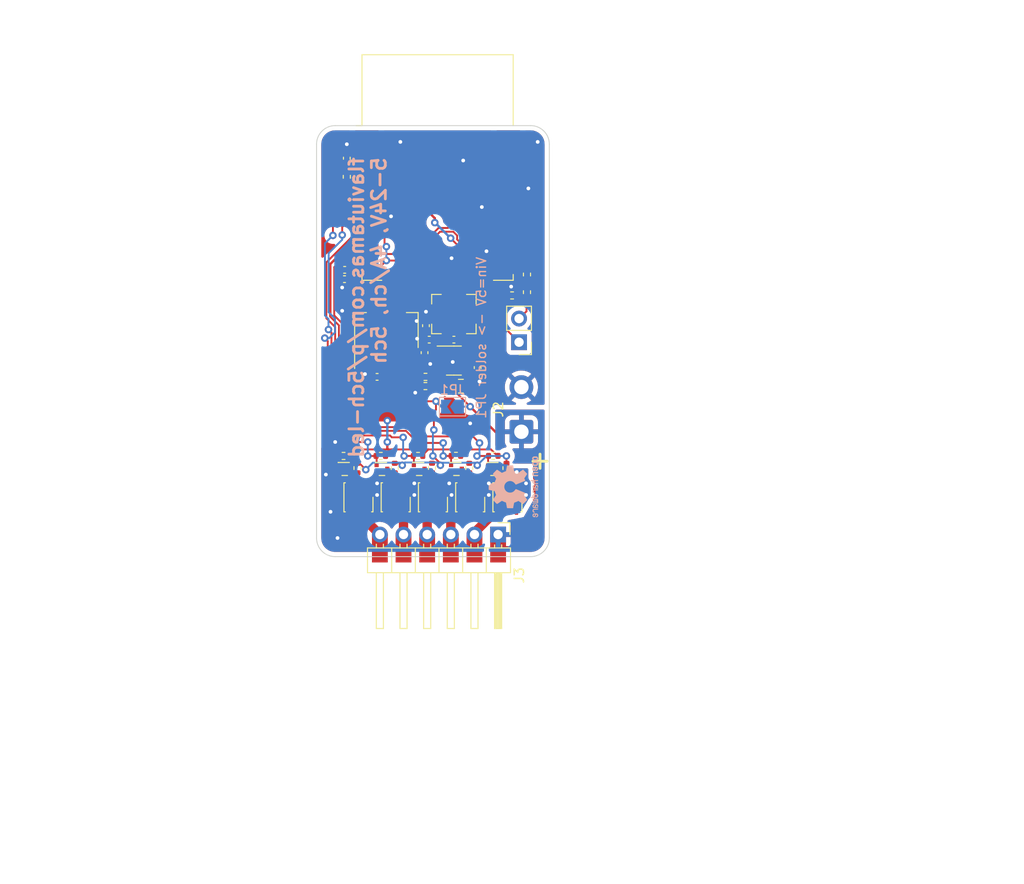
<source format=kicad_pcb>
(kicad_pcb (version 20211014) (generator pcbnew)
  (layers (0 "F.Cu" signal) (31 "B.Cu" signal) (34 "B.Paste" user) (35 "F.Paste" user) (36 "B.SilkS" user "B.Silkscreen") (37 "F.SilkS" user "F.Silkscreen") (38 "B.Mask" user) (39 "F.Mask" user) (44 "Edge.Cuts" user))
  (net 0 "")
  (net 1 "VCC")
  (net 2 "GND")
  (net 3 "+5V")
  (net 4 "+3.3V")
  (net 5 "Net-(C1-Pad1)")
  (net 6 "/POT")
  (net 7 "/RX")
  (net 8 "/TX")
  (net 9 "/CH0_O")
  (net 10 "/CH1_O")
  (net 11 "/CH2_O")
  (net 12 "/CH3_O")
  (net 13 "/CH4_O")
  (net 14 "/GPIO0")
  (net 15 "Net-(C6-Pad1)")
  (net 16 "Net-(C6-Pad2)")
  (net 17 "/CH0_D")
  (net 18 "/CH1_D")
  (net 19 "/CH2_D")
  (net 20 "/CH3_D")
  (net 21 "Net-(J1-Pad2)")
  (net 22 "Net-(Q1-Pad3)")
  (net 23 "Net-(Q2-Pad3)")
  (net 24 "Net-(Q3-Pad3)")
  (net 25 "Net-(Q4-Pad3)")
  (net 26 "Net-(Q10-Pad2)")
  (net 27 "/CH4_D")
  (net 28 "Net-(R5-Pad2)")
  (footprint "Capacitor_SMD:C_0402_1005Metric" (layer "F.Cu") (at 105.6 57.9 90)
    (fp_text reference "C7" hide)
    (fp_text value "10u")
  )
  (footprint "Resistor_SMD:R_0402_1005Metric" (layer "F.Cu") (at 110.4 70.3 -90)
    (fp_text reference "R15" hide)
    (fp_text value "2.4k")
  )
  (footprint "RF_Module:ESP-12E" (layer "F.Cu") (at 107 38)
    (fp_text reference "U1" hide)
    (fp_text value "ESP-12F")
  )
  (footprint "Library:DFN-8-1EP_3x3mm_P0.65mm_EP2x2.4mm" (layer "F.Cu") (at 110.5 73.44375 -90)
    (fp_text reference "Q9" hide)
    (fp_text value "HY1503C1")
  )
  (footprint "Resistor_SMD:R_0402_1005Metric" (layer "F.Cu") (at 105.69 61.49 180)
    (fp_text reference "R6" hide)
    (fp_text value "10k")
  )
  (footprint "Resistor_SMD:R_0402_1005Metric" (layer "F.Cu") (at 105.7 60.5)
    (fp_text reference "R5" hide)
    (fp_text value "51k")
  )
  (footprint "Library:DFN-8-1EP_3x3mm_P0.65mm_EP2x2.4mm" (layer "F.Cu") (at 106.5 73.44375 -90)
    (fp_text reference "Q8" hide)
    (fp_text value "HY1503C1")
  )
  (footprint "Resistor_SMD:R_0402_1005Metric" (layer "F.Cu") (at 112.98 68.99 180)
    (fp_text reference "R11" hide)
    (fp_text value "10k")
  )
  (footprint "Capacitor_SMD:C_0805_2012Metric" (layer "F.Cu") (at 109.5 61.5)
    (fp_text reference "C10" hide)
    (fp_text value "10u 50V")
  )
  (footprint "Library:PinHeader_1x06_P2.54mm_Horizontal" (layer "F.Cu") (at 113.5 77.44375 -90)
    (fp_text reference "J3")
    (fp_text value "Conn_01x06")
  )
  (footprint "Package_TO_SOT_SMD:SOT-723" (layer "F.Cu") (at 113 70.4)
    (fp_text reference "Q5" hide)
    (fp_text value "WNM2030")
  )
  (footprint "Resistor_SMD:R_0402_1005Metric" (layer "F.Cu") (at 106.4 70.29 -90)
    (fp_text reference "R14" hide)
    (fp_text value "2.4k")
  )
  (footprint "Library:DFN-8-1EP_3x3mm_P0.65mm_EP2x2.4mm" (layer "F.Cu") (at 98.5 73.44375 -90)
    (fp_text reference "Q6" hide)
    (fp_text value "HY1503C1")
  )
  (footprint "Package_TO_SOT_SMD:SOT-723" (layer "F.Cu") (at 101.025 70.4)
    (fp_text reference "Q2" hide)
    (fp_text value "WNM2030")
  )
  (footprint "Package_TO_SOT_SMD:TSOT-23-6" (layer "F.Cu") (at 108.75 58.75)
    (fp_text reference "U3" hide)
    (fp_text value "RY8310")
  )
  (footprint "Resistor_SMD:R_0402_1005Metric" (layer "F.Cu") (at 116.6 49.5 90)
    (fp_text reference "R2" hide)
    (fp_text value "10k")
  )
  (footprint "Resistor_SMD:R_0402_1005Metric" (layer "F.Cu") (at 104.9 69 180)
    (fp_text reference "R9" hide)
    (fp_text value "10k")
  )
  (footprint "Resistor_SMD:R_0402_1005Metric" (layer "F.Cu") (at 98.4 70.3 -90)
    (fp_text reference "R12" hide)
    (fp_text value "2.4k")
  )
  (footprint "Library:DFN-8-1EP_3x3mm_P0.65mm_EP2x2.4mm" (layer "F.Cu") (at 114.5 73.44375 -90)
    (fp_text reference "Q10" hide)
    (fp_text value "HY1503C1")
  )
  (footprint "Resistor_SMD:R_0402_1005Metric" (layer "F.Cu") (at 97.25 39 90)
    (fp_text reference "R1" hide)
    (fp_text value "10k")
  )
  (footprint "Capacitor_SMD:C_0402_1005Metric" (layer "F.Cu") (at 100.5 60.5 180)
    (fp_text reference "C9" hide)
    (fp_text value "10u")
  )
  (footprint "Connector_PinHeader_2.54mm:PinHeader_1x02_P2.54mm_Vertical" (layer "F.Cu") (at 115.75 56.775 180)
    (fp_text reference "J1" hide)
    (fp_text value "Conn_01x02")
  )
  (footprint "Package_TO_SOT_SMD:SOT-723" (layer "F.Cu") (at 109.025 70.4)
    (fp_text reference "Q4" hide)
    (fp_text value "WNM2030")
  )
  (footprint "Package_TO_SOT_SMD:SOT-223-3_TabPin2" (layer "F.Cu") (at 101.5 55.5 90)
    (fp_text reference "U2" hide)
    (fp_text value "AMS1117-3.3")
  )
  (footprint "Resistor_SMD:R_0402_1005Metric" (layer "F.Cu") (at 116.6 51.4 -90)
    (fp_text reference "R3" hide)
    (fp_text value "2.4k")
  )
  (footprint "Connector_Wire:SolderWire-0.75sqmm_1x02_P4.8mm_D1.25mm_OD2.3mm" (layer "F.Cu") (at 116 66.4 90)
    (fp_text reference "J2")
    (fp_text value "Conn_01x02")
  )
  (footprint "Capacitor_SMD:C_0402_1005Metric" (layer "F.Cu") (at 105.75 55 90)
    (fp_text reference "C4" hide)
    (fp_text value "10u")
  )
  (footprint "Capacitor_SMD:C_0402_1005Metric" (layer "F.Cu") (at 97 50 180)
    (fp_text reference "C3" hide)
    (fp_text value "10u")
  )
  (footprint "Resistor_SMD:R_0402_1005Metric" (layer "F.Cu") (at 100.9 69 180)
    (fp_text reference "R8" hide)
    (fp_text value "10k")
  )
  (footprint "Package_TO_SOT_SMD:SOT-723" (layer "F.Cu") (at 105.025 70.4)
    (fp_text reference "Q3" hide)
    (fp_text value "WNM2030")
  )
  (footprint "Resistor_SMD:R_0402_1005Metric" (layer "F.Cu") (at 115 51.75)
    (fp_text reference "R4" hide)
    (fp_text value "1k")
  )
  (footprint "Resistor_SMD:R_0402_1005Metric" (layer "F.Cu") (at 96.9 69 180)
    (fp_text reference "R7" hide)
    (fp_text value "10k")
  )
  (footprint "Resistor_SMD:R_0402_1005Metric" (layer "F.Cu") (at 102.4 70.3 -90)
    (fp_text reference "R13" hide)
    (fp_text value "2.4k")
  )
  (footprint "Capacitor_SMD:C_0402_1005Metric" (layer "F.Cu") (at 108.75 56.5)
    (fp_text reference "C6" hide)
    (fp_text value "100n")
  )
  (footprint "Resistor_SMD:R_0402_1005Metric" (layer "F.Cu") (at 108.97 68.99 180)
    (fp_text reference "R10" hide)
    (fp_text value "10k")
  )
  (footprint "Inductor_SMD:L_Bourns-SRN4018" (layer "F.Cu") (at 108.75 53.75 180)
    (fp_text reference "L1" hide)
    (fp_text value "15uH 750mA")
  )
  (footprint "Package_TO_SOT_SMD:SOT-723" (layer "F.Cu") (at 97.025 70.4)
    (fp_text reference "Q1" hide)
    (fp_text value "WNM2030")
  )
  (footprint "Library:DFN-8-1EP_3x3mm_P0.65mm_EP2x2.4mm" (layer "F.Cu") (at 102.5 73.44375 -90)
    (fp_text reference "Q7" hide)
    (fp_text value "HY1503C1")
  )
  (footprint "Resistor_SMD:R_0402_1005Metric" (layer "F.Cu") (at 114.4 70.3 -90)
    (fp_text reference "R16" hide)
    (fp_text value "2.4k")
  )
  (footprint "Capacitor_SMD:C_0402_1005Metric" (layer "F.Cu") (at 111.3 59.5 -90)
    (fp_text reference "C8" hide)
    (fp_text value "100n")
  )
  (footprint "Capacitor_SMD:C_0402_1005Metric" (layer "F.Cu") (at 97.02 49 180)
    (fp_text reference "C2" hide)
    (fp_text value "100n")
  )
  (footprint "Capacitor_SMD:C_0402_1005Metric" (layer "F.Cu") (at 97.25 37 90)
    (fp_text reference "C1" hide)
    (fp_text value "100n")
  )
  (footprint "Capacitor_SMD:C_0402_1005Metric" (layer "F.Cu") (at 106.1 56.5 180)
    (fp_text reference "C5" hide)
    (fp_text value "10u")
  )
  (footprint "Symbol:OSHW-Logo2_7.3x6mm_SilkScreen" (layer "B.Cu") (at 115.25 72.31875 -90)
    (fp_text reference "LOGO1" hide)
    (fp_text value "Logo_Open_Hardware_Small" hide)
  )
  (footprint "Jumper:SolderJumper-2_P1.3mm_Open_TrianglePad1.0x1.5mm" (layer "B.Cu") (at 108.6 63.7 180)
    (fp_text reference "JP1")
    (fp_text value "SolderJumper_2_Open")
  )
  (gr_arc (start 117 33.5) (mid 118.414214 34.085786) (end 119 35.5) (layer "Edge.Cuts") (width 0.1))
  (gr_line (start 94 35.5) (end 94 77.81875) (layer "Edge.Cuts") (width 0.1))
  (gr_line (start 117 33.5) (end 96 33.5) (layer "Edge.Cuts") (width 0.1))
  (gr_arc (start 96 79.81875) (mid 94.585786 79.232964) (end 94 77.81875) (layer "Edge.Cuts") (width 0.1))
  (gr_line (start 119 77.81875) (end 119 35.5) (layer "Edge.Cuts") (width 0.1))
  (gr_arc (start 94 35.5) (mid 94.585786 34.085786) (end 96 33.5) (layer "Edge.Cuts") (width 0.1))
  (gr_line (start 96 79.81875) (end 117 79.81875) (layer "Edge.Cuts") (width 0.1))
  (gr_arc (start 119 77.81875) (mid 118.414214 79.232964) (end 117 79.81875) (layer "Edge.Cuts") (width 0.1))
  (gr_text "Vin=5V -> solder JP1" (at 111.7 56.3 90) (layer "B.SilkS") (effects (font (size 1 1)) (justify mirror)))
  (gr_text "flaviutamas.com/p/5ch-led\n5-24V, 4A/ch, 5ch" (at 99.5 36.75 90) (layer "B.SilkS") (effects (font (size 1.5 1.5) (thickness 0.3)) (justify left mirror)))
  (gr_text "+" (at 118 69.41875) (layer "F.SilkS") (effects (font (size 2 2) (thickness 0.3))))
  (segment (start 110.5 63.7) (end 109 62.2) (width 0.2) (layer "F.Cu") (net 1))
  (segment (start 109.8875 59.7) (end 109 60.5875) (width 0.25) (layer "F.Cu") (net 1))
  (segment (start 116 66.4) (end 113.2 66.4) (width 0.25) (layer "F.Cu") (net 1))
  (segment (start 110.98 58.75) (end 109.77 58.75) (width 0.25) (layer "F.Cu") (net 1))
  (segment (start 109.8875 58.75) (end 109.8875 59.3875) (width 0.25) (layer "F.Cu") (net 1))
  (segment (start 109 62.2) (end 109 61.5) (width 0.2) (layer "F.Cu") (net 1))
  (segment (start 111.25 59.02) (end 110.98 58.75) (width 0.25) (layer "F.Cu") (net 1))
  (segment (start 109 60.5875) (end 109 61.5) (width 0.25) (layer "F.Cu") (net 1))
  (segment (start 113.2 66.4) (end 110.5 63.7) (width 0.25) (layer "F.Cu") (net 1))
  (via (at 110.5 63.7) (size 0.8) (drill 0.4) (layers "F.Cu" "B.Cu") (net 1))
  (segment (start 110.5 63.7) (end 109.3 63.7) (width 0.2) (layer "B.Cu") (net 1))
  (segment (start 105.75 54.52) (end 105.75 53.5) (width 0.25) (layer "F.Cu") (net 2))
  (segment (start 113.75 48.5) (end 112.25 47) (width 0.2) (layer "F.Cu") (net 2))
  (segment (start 96.54 50.69) (end 96.75 50.9) (width 0.25) (layer "F.Cu") (net 2))
  (segment (start 99.2 60.45) (end 99.2 60.2) (width 0.25) (layer "F.Cu") (net 2))
  (segment (start 106.574465 58.75) (end 106.210416 59.114049) (width 0.25) (layer "F.Cu") (net 2))
  (segment (start 111.5 61) (end 111.5 60.5) (width 0.25) (layer "F.Cu") (net 2))
  (segment (start 99.25 60.5) (end 100 60.5) (width 0.25) (layer "F.Cu") (net 2))
  (segment (start 111.3 60.3) (end 111.5 60.5) (width 0.25) (layer "F.Cu") (net 2))
  (segment (start 108.4755 58.75) (end 108.6255 58.9) (width 0.25) (layer "F.Cu") (net 2))
  (segment (start 104.9 56.5) (end 104.8 56.4) (width 0.25) (layer "F.Cu") (net 2))
  (segment (start 104.8 54.55) (end 104.75 54.5) (width 0.25) (layer "F.Cu") (net 2))
  (segment (start 105.75 54.52) (end 104.77 54.52) (width 0.25) (layer "F.Cu") (net 2))
  (segment (start 96.75 50.9) (end 96.75 53.4) (width 0.25) (layer "F.Cu") (net 2))
  (segment (start 107.6125 58.75) (end 106.574465 58.75) (width 0.25) (layer "F.Cu") (net 2))
  (segment (start 99.25 60.5) (end 99.2 60.45) (width 0.25) (layer "F.Cu") (net 2))
  (segment (start 107.6125 58.75) (end 108.4755 58.75) (width 0.25) (layer "F.Cu") (net 2))
  (segment (start 111 61.5) (end 111.5 61) (width 0.25) (layer "F.Cu") (net 2))
  (segment (start 115.51 51.41) (end 114.9 50.8) (width 0.2) (layer "F.Cu") (net 2))
  (segment (start 115.51 51.75) (end 115.51 51.41) (width 0.2) (layer "F.Cu") (net 2))
  (segment (start 104.77 54.52) (end 104.75 54.5) (width 0.25) (layer "F.Cu") (net 2))
  (segment (start 105.62 56.5) (end 104.9 56.5) (width 0.25) (layer "F.Cu") (net 2))
  (segment (start 111.3 59.98) (end 111.3 60.3) (width 0.25) (layer "F.Cu") (net 2))
  (segment (start 97.25 36.52) (end 97.25 35.5) (width 0.2) (layer "F.Cu") (net 2))
  (segment (start 105.18 61.62) (end 104.6 62.2) (width 0.25) (layer "F.Cu") (net 2))
  (segment (start 96.54 49) (end 96.54 50.69) (width 0.25) (layer "F.Cu") (net 2))
  (segment (start 105.6 57.42) (end 105.6 56.5) (width 0.25) (layer "F.Cu") (net 2))
  (segment (start 99.2 58.65) (end 99.2 60.2) (width 0.25) (layer "F.Cu") (net 2))
  (segment (start 104.8 56.4) (end 104.8 54.55) (width 0.25) (layer "F.Cu") (net 2))
  (segment (start 110.45 61.5) (end 111 61.5) (width 0.25) (layer "F.Cu") (net 2))
  (via (at 108.5 73.19375) (size 0.8) (drill 0.4) (layers "F.Cu" "B.Cu") (net 2))
  (via (at 104.5 71.94375) (size 0.8) (drill 0.4) (layers "F.Cu" "B.Cu") (net 2))
  (via (at 109.75 37.25) (size 0.8) (drill 0.4) (layers "F.Cu" "B.Cu") (net 2))
  (via (at 104.75 54.5) (size 0.8) (drill 0.4) (layers "F.Cu" "B.Cu") (net 2))
  (via (at 97.25 35.5) (size 0.8) (drill 0.4) (layers "F.Cu" "B.Cu") (net 2))
  (via (at 116.5 73.19375) (size 0.8) (drill 0.4) (layers "F.Cu" "B.Cu") (net 2))
  (via (at 95 71) (size 0.8) (drill 0.4) (layers "F.Cu" "B.Cu") (net 2))
  (via (at 106.210416 59.114049) (size 0.8) (drill 0.4) (layers "F.Cu" "B.Cu") (net 2))
  (via (at 117.75 35.25) (size 0.8) (drill 0.4) (layers "F.Cu" "B.Cu") (net 2))
  (via (at 112.5 73.19375) (size 0.8) (drill 0.4) (layers "F.Cu" "B.Cu") (net 2))
  (via (at 96.75 50.9) (size 0.8) (drill 0.4) (layers "F.Cu" "B.Cu") (net 2))
  (via (at 99.2 60.2) (size 0.8) (drill 0.4) (layers "F.Cu" "B.Cu") (net 2))
  (via (at 112.5 71.94375) (size 0.8) (drill 0.4) (layers "F.Cu" "B.Cu") (net 2))
  (via (at 105.75 53.5) (size 0.8) (drill 0.4) (layers "F.Cu" "B.Cu") (net 2))
  (via (at 116.75 40.25) (size 0.8) (drill 0.4) (layers "F.Cu" "B.Cu") (net 2))
  (via (at 100.5 71.94375) (size 0.8) (drill 0.4) (layers "F.Cu" "B.Cu") (net 2))
  (via (at 96.25 77.81875) (size 0.8) (drill 0.4) (layers "F.Cu" "B.Cu") (net 2))
  (via (at 116.5 71.94375) (size 0.8) (drill 0.4) (layers "F.Cu" "B.Cu") (net 2))
  (via (at 103 35.25) (size 0.8) (drill 0.4) (layers "F.Cu" "B.Cu") (net 2))
  (via (at 110.5 65.5) (size 0.8) (drill 0.4) (layers "F.Cu" "B.Cu") (net 2))
  (via (at 104.6 62.2) (size 0.8) (drill 0.4) (layers "F.Cu" "B.Cu") (net 2))
  (via (at 108.25 71.94375) (size 0.8) (drill 0.4) (layers "F.Cu" "B.Cu") (net 2))
  (via (at 104.5 73.19375) (size 0.8) (drill 0.4) (layers "F.Cu" "B.Cu") (net 2))
  (via (at 115.5 70.71875) (size 0.8) (drill 0.4) (layers "F.Cu" "B.Cu") (net 2))
  (via (at 112.25 47) (size 0.8) (drill 0.4) (layers "F.Cu" "B.Cu") (net 2))
  (via (at 114.9 50.8) (size 0.8) (drill 0.4) (layers "F.Cu" "B.Cu") (net 2))
  (via (at 96.75 53.4) (size 0.8) (drill 0.4) (layers "F.Cu" "B.Cu") (net 2))
  (via (at 108.5 47.75) (size 0.8) (drill 0.4) (layers "F.Cu" "B.Cu") (net 2))
  (via (at 104.8 56.4) (size 0.8) (drill 0.4) (layers "F.Cu" "B.Cu") (net 2))
  (via (at 96 67.5) (size 0.8) (drill 0.4) (layers "F.Cu" "B.Cu") (net 2))
  (via (at 108.6255 58.9) (size 0.8) (drill 0.4) (layers "F.Cu" "B.Cu") (net 2))
  (via (at 95.5 75) (size 0.8) (drill 0.4) (layers "F.Cu" "B.Cu") (net 2))
  (via (at 102 43.25) (size 0.8) (drill 0.4) (layers "F.Cu" "B.Cu") (net 2))
  (via (at 100.5 73.19375) (size 0.8) (drill 0.4) (layers "F.Cu" "B.Cu") (net 2))
  (via (at 111.75 42.25) (size 0.8) (drill 0.4) (layers "F.Cu" "B.Cu") (net 2))
  (via (at 111.5 61) (size 0.8) (drill 0.4) (layers "F.Cu" "B.Cu") (net 2))
  (segment (start 116.5 73.19375) (end 116.5 71.94375) (width 1) (layer "B.Cu") (net 2))
  (segment (start 106.6 64.25) (end 106.6 66.2005) (width 0.2) (layer "F.Cu") (net 3))
  (segment (start 107 69.7) (end 106.4 69.7) (width 0.2) (layer "F.Cu") (net 3))
  (segment (start 105.19 60.5) (end 105.19 58.74) (width 0.25) (layer "F.Cu") (net 3))
  (segment (start 103.200033 70) (end 103.000033 69.8) (width 0.2) (layer "F.Cu") (net 3))
  (segment (start 106.6 57.4) (end 106.6 56.5) (width 0.25) (layer "F.Cu") (net 3))
  (segment (start 114.4 69.0105) (end 114.4 69.79) (width 0.2) (layer "F.Cu") (net 3))
  (segment (start 107.225 53.75) (end 107.225 56.025) (width 0.25) (layer "F.Cu") (net 3))
  (segment (start 106.825 64.025) (end 106.6 64.25) (width 0.2) (layer "F.Cu") (net 3))
  (segment (start 105.62 58.38) (end 106.6 57.4) (width 0.25) (layer "F.Cu") (net 3))
  (segment (start 111.25579 70) (end 110.980331 69.724541) (width 0.2) (layer "F.Cu") (net 3))
  (segment (start 107.3 69.804878) (end 106.494622 68.9995) (width 0.2) (layer "F.Cu") (net 3))
  (segment (start 103.8 58.65) (end 105.1 58.65) (width 0.25) (layer "F.Cu") (net 3))
  (segment (start 106.77 55.48) (end 107 55.25) (width 0.25) (layer "F.Cu") (net 3))
  (segment (start 114.3895 69) (end 114.4 69.0105) (width 0.2) (layer "F.Cu") (net 3))
  (segment (start 106.48 56.23) (end 105.75 55.5) (width 0.25) (layer "F.Cu") (net 3))
  (segment (start 103.75 63.125) (end 103.75 59) (width 0.2) (layer "F.Cu") (net 3))
  (segment (start 99.291456 70.473976) (end 98.51748 69.7) (width 0.2) (layer "F.Cu") (net 3))
  (segment (start 107.3 70) (end 107 69.7) (width 0.2) (layer "F.Cu") (net 3))
  (segment (start 105.37 58.38) (end 105.1 58.65) (width 0.25) (layer "F.Cu") (net 3))
  (segment (start 105.6 58.38) (end 105.37 58.38) (width 0.25) (layer "F.Cu") (net 3))
  (segment (start 110.980331 69.724541) (end 110.475459 69.724541) (width 0.2) (layer "F.Cu") (net 3))
  (segment (start 106.825 63.125) (end 106.825 64.025) (width 0.2) (layer "F.Cu") (net 3))
  (segment (start 105.75 55.48) (end 106.77 55.48) (width 0.25) (layer "F.Cu") (net 3))
  (segment (start 107.3 70) (end 107.3 69.804878) (width 0.2) (layer "F.Cu") (net 3))
  (segment (start 106.48 56.5) (end 106.48 56.23) (width 0.25) (layer "F.Cu") (net 3))
  (segment (start 105.19 58.74) (end 105.1 58.65) (width 0.25) (layer "F.Cu") (net 3))
  (segment (start 103.000033 69.8) (end 102.5 69.8) (width 0.2) (layer "F.Cu") (net 3))
  (segment (start 107.225 56.025) (end 106.75 56.5) (width 0.25) (layer "F.Cu") (net 3))
  (segment (start 103.75 63.125) (end 106.825 63.125) (width 0.2) (layer "F.Cu") (net 3))
  (via (at 106.6 66.2005) (size 0.8) (drill 0.4) (layers "F.Cu" "B.Cu") (net 3))
  (via (at 103.200033 70) (size 0.8) (drill 0.4) (layers "F.Cu" "B.Cu") (net 3))
  (via (at 99.291456 70.473976) (size 0.8) (drill 0.4) (layers "F.Cu" "B.Cu") (net 3))
  (via (at 106.825 63.125) (size 0.8) (drill 0.4) (layers "F.Cu" "B.Cu") (net 3))
  (via (at 114.3895 69) (size 0.8) (drill 0.4) (layers "F.Cu" "B.Cu") (net 3))
  (via (at 111.25579 70) (size 0.8) (drill 0.4) (layers "F.Cu" "B.Cu") (net 3))
  (via (at 107.3 70) (size 0.8) (drill 0.4) (layers "F.Cu" "B.Cu") (net 3))
  (via (at 106.494622 68.9995) (size 0.8) (drill 0.4) (layers "F.Cu" "B.Cu") (net 3))
  (segment (start 103.500033 69.7) (end 103.200033 70) (width 0.2) (layer "B.Cu") (net 3))
  (segment (start 107 69.7) (end 103.500033 69.7) (width 0.2) (layer "B.Cu") (net 3))
  (segment (start 107.3 70) (end 107 69.7) (width 0.2) (layer "B.Cu") (net 3))
  (segment (start 102.918404 69.718371) (end 100.047061 69.718371) (width 0.2) (layer "B.Cu") (net 3))
  (segment (start 106.494622 66.305878) (end 106.6 66.2005) (width 0.2) (layer "B.Cu") (net 3))
  (segment (start 110.980331 69.724541) (end 107.575459 69.724541) (width 0.2) (layer "B.Cu") (net 3))
  (segment (start 103.200033 70) (end 102.918404 69.718371) (width 0.2) (layer "B.Cu") (net 3))
  (segment (start 107.575459 69.724541) (end 107.3 70) (width 0.2) (layer "B.Cu") (net 3))
  (segment (start 112.25579 69) (end 111.25579 70) (width 0.2) (layer "B.Cu") (net 3))
  (segment (start 111.25579 70) (end 110.980331 69.724541) (width 0.2) (layer "B.Cu") (net 3))
  (segment (start 100.047061 69.718371) (end 99.291456 70.473976) (width 0.2) (layer "B.Cu") (net 3))
  (segment (start 106.494622 68.9995) (end 106.494622 66.305878) (width 0.2) (layer "B.Cu") (net 3))
  (segment (start 107.4 63.7) (end 106.825 63.125) (width 0.25) (layer "B.Cu") (net 3))
  (segment (start 114.3895 69) (end 112.25579 69) (width 0.2) (layer "B.Cu") (net 3))
  (segment (start 112.735183 68.3) (end 113.435183 69) (width 0.2) (layer "F.Cu") (net 4))
  (segment (start 116.6 50.4) (end 116.6 50) (width 0.2) (layer "F.Cu") (net 4))
  (segment (start 101.5 58.65) (end 101.5 60.5) (width 0.25) (layer "F.Cu") (net 4))
  (segment (start 100.749022 39.5) (end 97.25 39.5) (width 0.2) (layer "F.Cu") (net 4))
  (segment (start 113.46 49.56) (end 112.5 48.6) (width 0.2) (layer "F.Cu") (net 4))
  (segment (start 109.52 68.78) (end 110 68.3) (width 0.2) (layer "F.Cu") (net 4))
  (segment (start 102.1 68.3) (end 101.5 68.9) (width 0.2) (layer "F.Cu") (net 4))
  (segment (start 101.6 68.2) (end 101.7 68.3) (width 0.25) (layer "F.Cu") (net 4))
  (segment (start 101.5 60.5) (end 101.5 65.1005) (width 0.25) (layer "F.Cu") (net 4))
  (segment (start 101.300489 40.051467) (end 100.749022 39.5) (width 0.2) (layer "F.Cu") (net 4))
  (segment (start 116.6 50.89) (end 116.6 50.4) (width 0.2) (layer "F.Cu") (net 4))
  (segment (start 106 68.3) (end 102.1 68.3) (width 0.2) (layer "F.Cu") (net 4))
  (segment (start 114.96 49.56) (end 113.46 49.56) (width 0.2) (layer "F.Cu") (net 4))
  (segment (start 99.4 48.5) (end 100.999011 48.5) (width 0.2) (layer "F.Cu") (net 4))
  (segment (start 110 68.3) (end 106 68.3) (width 0.2) (layer "F.Cu") (net 4))
  (segment (start 97.48 48.57) (end 97.6 48.45) (width 0.25) (layer "F.Cu") (net 4))
  (segment (start 101.5 65.1005) (end 101.6 65.2005) (width 0.25) (layer "F.Cu") (net 4))
  (segment (start 116.6 50.4) (end 115.8 50.4) (width 0.2) (layer "F.Cu") (net 4))
  (segment (start 109.1 45.31005) (end 108.68995 44.9) (width 0.2) (layer "F.Cu") (net 4))
  (segment (start 98.1 68.3) (end 97.4 69) (width 0.2) (layer "F.Cu") (net 4))
  (segment (start 100.999011 48.5) (end 101.5 47.999011) (width 0.2) (layer "F.Cu") (net 4))
  (segment (start 110 68.3) (end 112.735183 68.3) (width 0.2) (layer "F.Cu") (net 4))
  (segment (start 101.5 46.5) (end 101.300489 46.300489) (width 0.2) (layer "F.Cu") (net 4))
  (segment (start 97.48 50) (end 97.48 48.57) (width 0.25) (layer "F.Cu") (net 4))
  (segment (start 101.5 47.999011) (end 104.166675 47.999011) (width 0.2) (layer "F.Cu") (net 4))
  (segment (start 101.300489 46.300489) (end 101.300489 40.051467) (width 0.2) (layer "F.Cu") (net 4))
  (segment (start 112.5 48.6) (end 111.965686 48.6) (width 0.2) (layer "F.Cu") (net 4))
  (segment (start 108.68995 44.9) (end 107.265686 44.9) (width 0.2) (layer "F.Cu") (net 4))
  (segment (start 115.8 50.4) (end 114.96 49.56) (width 0.2) (layer "F.Cu") (net 4))
  (segment (start 106 68.3) (end 105.4 68.9) (width 0.2) (layer "F.Cu") (net 4))
  (segment (start 100.98 60.5) (end 101.5 60.5) (width 0.25) (layer "F.Cu") (net 4))
  (segment (start 102.1 68.3) (end 101.7 68.3) (width 0.2) (layer "F.Cu") (net 4))
  (segment (start 101.5 58.65) (end 101.5 52.5) (width 0.25) (layer "F.Cu") (net 4))
  (segment (start 97.6 48.45) (end 99.3 48.45) (width 0.25) (layer "F.Cu") (net 4))
  (segment (start 101.7 68.3) (end 98.1 68.3) (width 0.2) (layer "F.Cu") (net 4))
  (segment (start 109.1 45.734314) (end 109.1 45.31005) (width 0.2) (layer "F.Cu") (net 4))
  (segment (start 111.965686 48.6) (end 109.1 45.734314) (width 0.2) (layer "F.Cu") (net 4))
  (segment (start 104.166675 47.999011) (end 107.265686 44.9) (width 0.2) (layer "F.Cu") (net 4))
  (segment (start 101.6 67.5) (end 101.6 68.2) (width 0.25) (layer "F.Cu") (net 4))
  (via (at 101.6 65.2005) (size 0.8) (drill 0.4) (layers "F.Cu" "B.Cu") (net 4))
  (via (at 101.5 47.999011) (size 0.8) (drill 0.4) (layers "F.Cu" "B.Cu") (net 4))
  (via (at 101.5 46.5) (size 0.8) (drill 0.4) (layers "F.Cu" "B.Cu") (net 4))
  (via (at 101.6 67.5) (size 0.8) (drill 0.4) (layers "F.Cu" "B.Cu") (net 4))
  (segment (start 101.6 65.2005) (end 101.6 67.5) (width 0.25) (layer "B.Cu") (net 4))
  (segment (start 101.5 47.999011) (end 101.5 46.5) (width 0.2) (layer "B.Cu") (net 4))
  (segment (start 97.25 38.5) (end 97.25 37.5) (width 0.2) (layer "F.Cu") (net 5))
  (segment (start 99.4 38.5) (end 97.25 38.5) (width 0.2) (layer "F.Cu") (net 5))
  (segment (start 114.4 55.425) (end 114.4 51.8) (width 0.2) (layer "F.Cu") (net 6))
  (segment (start 106.698863 43.926947) (end 106.698863 43.448863) (width 0.25) (layer "F.Cu") (net 6))
  (segment (start 111.75 51.75) (end 111.1 51.1) (width 0.2) (layer "F.Cu") (net 6))
  (segment (start 114.49 51.75) (end 111.75 51.75) (width 0.2) (layer "F.Cu") (net 6))
  (segment (start 115.75 56.775) (end 114.4 55.425) (width 0.2) (layer "F.Cu") (net 6))
  (segment (start 111.1 51.1) (end 111.1 48.3) (width 0.2) (layer "F.Cu") (net 6))
  (segment (start 111.1 48.3) (end 108.4 45.6) (width 0.2) (layer "F.Cu") (net 6))
  (segment (start 106.698863 43.448863) (end 99.5 36.25) (width 0.25) (layer "F.Cu") (net 6))
  (via (at 108.4 45.6) (size 0.8) (drill 0.4) (layers "F.Cu" "B.Cu") (net 6))
  (via (at 106.698863 43.926947) (size 0.8) (drill 0.4) (layers "F.Cu" "B.Cu") (net 6))
  (segment (start 106.726947 43.926947) (end 108.4 45.6) (width 0.25) (layer "B.Cu") (net 6))
  (segment (start 106.698863 43.926947) (end 106.726947 43.926947) (width 0.25) (layer "B.Cu") (net 6))
  (segment (start 110.96 77.23375) (end 114 74.19375) (width 1) (layer "F.Cu") (net 9))
  (segment (start 108.42 76.02375) (end 110 74.44375) (width 1) (layer "F.Cu") (net 10))
  (segment (start 108.42 77.44375) (end 108.42 76.02375) (width 1) (layer "F.Cu") (net 10))
  (segment (start 105.88 77.44375) (end 105.88 75.31375) (width 1) (layer "F.Cu") (net 11))
  (segment (start 105.88 75.31375) (end 106.5 74.69375) (width 1) (layer "F.Cu") (net 11))
  (segment (start 103.34 75.03375) (end 102.5 74.19375) (width 1) (layer "F.Cu") (net 12))
  (segment (start 103.34 77.44375) (end 103.34 75.03375) (width 1) (layer "F.Cu") (net 12))
  (segment (start 98.5 75.14375) (end 98.5 73.94375) (width 1) (layer "F.Cu") (net 13))
  (segment (start 100.8 77.44375) (end 98.5 75.14375) (width 1) (layer "F.Cu") (net 13))
  (segment (start 116.6 43) (end 116.1 42.5) (width 0.2) (layer "F.Cu") (net 14))
  (segment (start 116.6 48.99) (end 116.6 43) (width 0.2) (layer "F.Cu") (net 14))
  (segment (start 116.1 42.5) (end 115.4 42.5) (width 0.2) (layer "F.Cu") (net 14))
  (segment (start 107.6125 57.1375) (end 108.25 56.5) (width 0.25) (layer "F.Cu") (net 15))
  (segment (start 107.6125 57.8) (end 107.6125 57.1375) (width 0.25) (layer "F.Cu") (net 15))
  (segment (start 111.230605 69.000814) (end 112.499186 69.000814) (width 0.2) (layer "F.Cu") (net 17))
  (segment (start 110.7995 66.9) (end 104.765686 66.9) (width 0.2) (layer "F.Cu") (net 17))
  (segment (start 111.5 67.6005) (end 110.7995 66.9) (width 0.2) (layer "F.Cu") (net 17))
  (segment (start 107.1 44.5) (end 108.1 44.5) (width 0.2) (layer "F.Cu") (net 17))
  (segment (start 95.9 48.708425) (end 97.308914 47.299511) (width 0.2) (layer "F.Cu") (net 17))
  (segment (start 104.765686 66.9) (end 103.765686 65.9) (width 0.2) (layer "F.Cu") (net 17))
  (segment (start 97.4 65.9) (end 96.8 65.3) (width 0.2) (layer "F.Cu") (net 17))
  (segment (start 103.765686 65.9) (end 97.4 65.9) (width 0.2) (layer "F.Cu") (net 17))
  (segment (start 112.2 40.4) (end 114.2 40.4) (width 0.2) (layer "F.Cu") (net 17))
  (segment (start 95.9 53.9) (end 95.9 48.708425) (width 0.2) (layer "F.Cu") (net 17))
  (segment (start 96.8 54.8) (end 95.9 53.9) (width 0.2) (layer "F.Cu") (net 17))
  (segment (start 108.1 44.5) (end 112.2 40.4) (width 0.2) (layer "F.Cu") (net 17))
  (segment (start 96.8 65.3) (end 96.8 54.8) (width 0.2) (layer "F.Cu") (net 17))
  (segment (start 97.308914 47.299511) (end 104.300489 47.299511) (width 0.2) (layer "F.Cu") (net 17))
  (segment (start 104.300489 47.299511) (end 107.1 44.5) (width 0.2) (layer "F.Cu") (net 17))
  (segment (start 112.425 70) (end 112.425 69.025) (width 0.2) (layer "F.Cu") (net 17))
  (via (at 111.5 67.6005) (size 0.8) (drill 0.4) (layers "F.Cu" "B.Cu") (net 17))
  (via (at 111.230605 69.000814) (size 0.8) (drill 0.4) (layers "F.Cu" "B.Cu") (net 17))
  (segment (start 111.5 67.6005) (end 111.5 68.731419) (width 0.2) (layer "B.Cu") (net 17))
  (segment (start 111.5 68.731419) (end 111.230605 69.000814) (width 0.2) (layer "B.Cu") (net 17))
  (segment (start 97.35 46.5) (end 95.475481 48.374519) (width 0.25) (layer "F.Cu") (net 18))
  (segment (start 96.4 54.965006) (end 96.4 65.465686) (width 0.2) (layer "F.Cu") (net 18))
  (segment (start 97.234314 66.3) (end 103.6 66.3) (width 0.2) (layer "F.Cu") (net 18))
  (segment (start 104.9005 67.6005) (end 107.6 67.6005) (width 0.2) (layer "F.Cu") (net 18))
  (segment (start 103.6 66.3) (end 104.9005 67.6005) (width 0.2) (layer "F.Cu") (net 18))
  (segment (start 108.5 69) (end 107.6 69) (width 0.2) (layer "F.Cu") (net 18))
  (segment (start 95.475481 54.040487) (end 96.4 54.965006) (width 0.2) (layer "F.Cu") (net 18))
  (segment (start 95.475481 53.974519) (end 95.475481 54.040487) (width 0.2) (layer "F.Cu") (net 18))
  (segment (start 96.4 65.465686) (end 97.234314 66.3) (width 0.2) (layer "F.Cu") (net 18))
  (segment (start 99.4 46.5) (end 97.35 46.5) (width 0.25) (layer "F.Cu") (net 18))
  (segment (start 95.475481 48.374519) (end 95.475481 53.974519) (width 0.25) (layer "F.Cu") (net 18))
  (segment (start 108.45 70) (end 108.45 69.25) (width 0.2) (layer "F.Cu") (net 18))
  (via (at 107.6 67.6005) (size 0.8) (drill 0.4) (layers "F.Cu" "B.Cu") (net 18))
  (via (at 107.6 69) (size 0.8) (drill 0.4) (layers "F.Cu" "B.Cu") (net 18))
  (segment (start 107.6 69) (end 107.6 67.6005) (width 0.2) (layer "B.Cu") (net 18))
  (segment (start 95.050961 48.198678) (end 95.050961 54.199039) (width 0.2) (layer "F.Cu") (net 19))
  (segment (start 95.050961 54.199039) (end 96 55.148078) (width 0.2) (layer "F.Cu") (net 19))
  (segment (start 101.88995 66.8) (end 102.08995 67) (width 0.2) (layer "F.Cu") (net 19))
  (segment (start 98.749639 44.5) (end 95.050961 48.198678) (width 0.2) (layer "F.Cu") (net 19))
  (segment (start 96 55.148078) (end 96 65.631372) (width 0.2) (layer "F.Cu") (net 19))
  (segment (start 102.08995 67) (end 103.3 67) (width 0.2) (layer "F.Cu") (net 19))
  (segment (start 96 65.631372) (end 97.168628 66.8) (width 0.2) (layer "F.Cu") (net 19))
  (segment (start 104.45 70) (end 104.45 69.05) (width 0.2) (layer "F.Cu") (net 19))
  (segment (start 103.4 68.9995) (end 104.2995 68.9995) (width 0.2) (layer "F.Cu") (net 19))
  (segment (start 97.168628 66.8) (end 101.88995 66.8) (width 0.2) (layer "F.Cu") (net 19))
  (via (at 103.4 68.9995) (size 0.8) (drill 0.4) (layers "F.Cu" "B.Cu") (net 19))
  (via (at 103.3 67) (size 0.8) (drill 0.4) (layers "F.Cu" "B.Cu") (net 19))
  (segment (start 103.3 67) (end 103.3 68.8995) (width 0.2) (layer "B.Cu") (net 19))
  (segment (start 103.3 68.8995) (end 103.4 68.9995) (width 0.2) (layer "B.Cu") (net 19))
  (segment (start 99.5 69) (end 100.5 69) (width 0.2) (layer "F.Cu") (net 20))
  (segment (start 95.6 65.797058) (end 97.302942 67.5) (width 0.2) (layer "F.Cu") (net 20))
  (segment (start 95.756896 43.393104) (end 95.756896 45.3005) (width 0.2) (layer "F.Cu") (net 20))
  (segment (start 98.65 40.5) (end 95.756896 43.393104) (width 0.2) (layer "F.Cu") (net 20))
  (segment (start 95.6 55.737322) (end 95.6 65.797058) (width 0.2) (layer "F.Cu") (net 20))
  (segment (start 97.302942 67.5) (end 99.5 67.5) (width 0.2) (layer "F.Cu") (net 20))
  (segment (start 100.45 70) (end 100.45 69.15) (width 0.2) (layer "F.Cu") (net 20))
  (segment (start 95.281589 55.418911) (end 95.6 55.737322) (width 0.2) (layer "F.Cu") (net 20))
  (via (at 99.5 67.5) (size 0.8) (drill 0.4) (layers "F.Cu" "B.Cu") (net 20))
  (via (at 95.281589 55.418911) (size 0.8) (drill 0.4) (layers "F.Cu" "B.Cu") (net 20))
  (via (at 99.5 69) (size 0.8) (drill 0.4) (layers "F.Cu" "B.Cu") (net 20))
  (via (at 95.756896 45.3005) (size 0.8) (drill 0.4) (layers "F.Cu" "B.Cu") (net 20))
  (segment (start 95.756896 45.3005) (end 94.900969 46.156427) (width 0.2) (layer "B.Cu") (net 20))
  (segment (start 94.900969 46.156427) (end 94.900969 53.900969) (width 0.2) (layer "B.Cu") (net 20))
  (segment (start 99.5 67.5) (end 99.5 69) (width 0.2) (layer "B.Cu") (net 20))
  (segment (start 95.281589 54.281589) (end 95.281589 55.418911) (width 0.2) (layer "B.Cu") (net 20))
  (segment (start 94.900969 53.900969) (end 95.281589 54.281589) (width 0.2) (layer "B.Cu") (net 20))
  (segment (start 116.55 52.01) (end 116.55 53.45) (width 0.2) (layer "F.Cu") (net 21))
  (segment (start 116.55 53.45) (end 115.75 54.25) (width 0.2) (layer "F.Cu") (net 21))
  (segment (start 97.525 71.89375) (end 97.525 70.825) (width 0.2) (layer "F.Cu") (net 22))
  (segment (start 97.525 70.825) (end 98.275 70.825) (width 0.2) (layer "F.Cu") (net 22))
  (segment (start 97.525 70.825) (end 97.525 70.425) (width 0.2) (layer "F.Cu") (net 22))
  (segment (start 101.525 71.89375) (end 101.525 70.825) (width 0.2) (layer "F.Cu") (net 23))
  (segment (start 101.525 70.825) (end 101.525 70.425) (width 0.2) (layer "F.Cu") (net 23))
  (segment (start 101.525 70.825) (end 102.375 70.825) (width 0.2) (layer "F.Cu") (net 23))
  (segment (start 105.525 71.89375) (end 105.525 70.875) (width 0.2) (layer "F.Cu") (net 24))
  (segment (start 105.6 70.8) (end 105.525 70.875) (width 0.2) (layer "F.Cu") (net 24))
  (segment (start 105.525 70.875) (end 105.525 70.525) (width 0.2) (layer "F.Cu") (net 24))
  (segment (start 106.4 70.8) (end 105.6 70.8) (width 0.2) (layer "F.Cu") (net 24))
  (segment (start 109.525 71.89375) (end 109.525 70.875) (width 0.2) (layer "F.Cu") (net 25))
  (segment (start 109.59 70.81) (end 109.525 70.875) (width 0.2) (layer "F.Cu") (net 25))
  (segment (start 109.525 70.875) (end 109.525 70.425) (width 0.2) (layer "F.Cu") (net 25))
  (segment (start 110.4 70.81) (end 109.59 70.81) (width 0.2) (layer "F.Cu") (net 25))
  (segment (start 113.59 70.81) (end 113.525 70.875) (width 0.2) (layer "F.Cu") (net 26))
  (segment (start 114.4 70.81) (end 113.59 70.81) (width 0.2) (layer "F.Cu") (net 26))
  (segment (start 113.525 71.89375) (end 113.525 70.875) (width 0.2) (layer "F.Cu") (net 26))
  (segment (start 113.525 70.875) (end 113.525 70.425) (width 0.2) (layer "F.Cu") (net 26))
  (segment (start 98.65 42.5) (end 96.755378 44.394622) (width 0.2) (layer "F.Cu") (net 27))
  (segment (start 95.2 56.651475) (end 94.884807 56.336282) (width 0.2) (layer "F.Cu") (net 27))
  (segment (start 96.755378 44.394622) (end 96.755378 45.255378) (width 0.2) (layer "F.Cu") (net 27))
  (segment (start 96.45 70) (end 96.45 69.15) (width 0.2) (layer "F.Cu") (net 27))
  (segment (start 95.2 67.7) (end 95.2 56.651475) (width 0.2) (layer "F.Cu") (net 27))
  (segment (start 96.39 68.89) (end 95.2 67.7) (width 0.2) (layer "F.Cu") (net 27))
  (via (at 96.755378 45.255378) (size 0.8) (drill 0.4) (layers "F.Cu" "B.Cu") (net 27))
  (via (at 94.884807 56.336282) (size 0.8) (drill 0.4) (layers "F.Cu" "B.Cu") (net 27))
  (segment (start 95.981589 54.231589) (end 95.981589 55.708861) (width 0.2) (layer "B.Cu") (net 27))
  (segment (start 96.755378 45.755363) (end 95.300489 47.210252) (width 0.2) (layer "B.Cu") (net 27))
  (segment (start 96.755378 45.255378) (end 96.755378 45.755363) (width 0.2) (layer "B.Cu") (net 27))
  (segment (start 95.354168 56.336282) (end 94.884807 56.336282) (width 0.2) (layer "B.Cu") (net 27))
  (segment (start 95.300489 47.210252) (end 95.300489 53.550489) (width 0.2) (layer "B.Cu") (net 27))
  (segment (start 95.300489 53.550489) (end 95.981589 54.231589) (width 0.2) (layer "B.Cu") (net 27))
  (segment (start 95.981589 55.708861) (end 95.354168 56.336282) (width 0.2) (layer "B.Cu") (net 27))
  (segment (start 106.21 60.5) (end 106.21 61.39) (width 0.25) (layer "F.Cu") (net 28))
  (segment (start 106.5 60.5) (end 107.3 59.7) (width 0.25) (layer "F.Cu") (net 28))
  (segment (start 106.21 60.5) (end 106.5 60.5) (width 0.25) (layer "F.Cu") (net 28))
  (zone (net 1) (net_name "VCC") (layers F&B.Cu) (priority 1) (connect_pads (clearance 0.508)) (min_thickness 0.254) (fill yes (thermal_gap 0.508) (thermal_bridge_width 0.508))
    (polygon (pts (xy 119.2 79.31875) (xy 112.5 79.31875) (xy 112.5 76.31875) (xy 116.25 75.56875) (xy 117.25 73.81875) (xy 117.25 69.81875) (xy 113.2 69.81875) (xy 113.2 64.01875) (xy 119.2 64.01875)))
  )
  (zone (net 2) (net_name "GND") (layers F&B.Cu) (connect_pads (clearance 0.508)) (min_thickness 0.254) (fill yes (thermal_gap 0.508) (thermal_bridge_width 0.508))
    (polygon (pts (xy 170 115) (xy 60 115) (xy 60 20) (xy 170 20)))
  )
  (zone (net 4) (net_name "+3.3V") (layer "F.Cu") (priority 1) (connect_pads (clearance 0.508)) (min_thickness 0.254) (fill yes (thermal_gap 0.508) (thermal_bridge_width 0.508))
    (polygon (pts (xy 101.25 50.2) (xy 104.8 50.2) (xy 104.8 66) (xy 95.8 66) (xy 95.75 51.25) (xy 95.75 47.5) (xy 101.25 47.5)))
  )
  (zone (net 16) (net_name "Net-(C6-Pad2)") (layer "F.Cu") (priority 1) (connect_pads thru_hole_only (clearance 0.254)) (min_thickness 0.127) (fill yes (thermal_gap 0.254) (thermal_bridge_width 0.254))
    (polygon (pts (xy 111.25 58) (xy 109 58) (xy 109 51.75) (xy 111.25 51.75)))
  )
)
</source>
